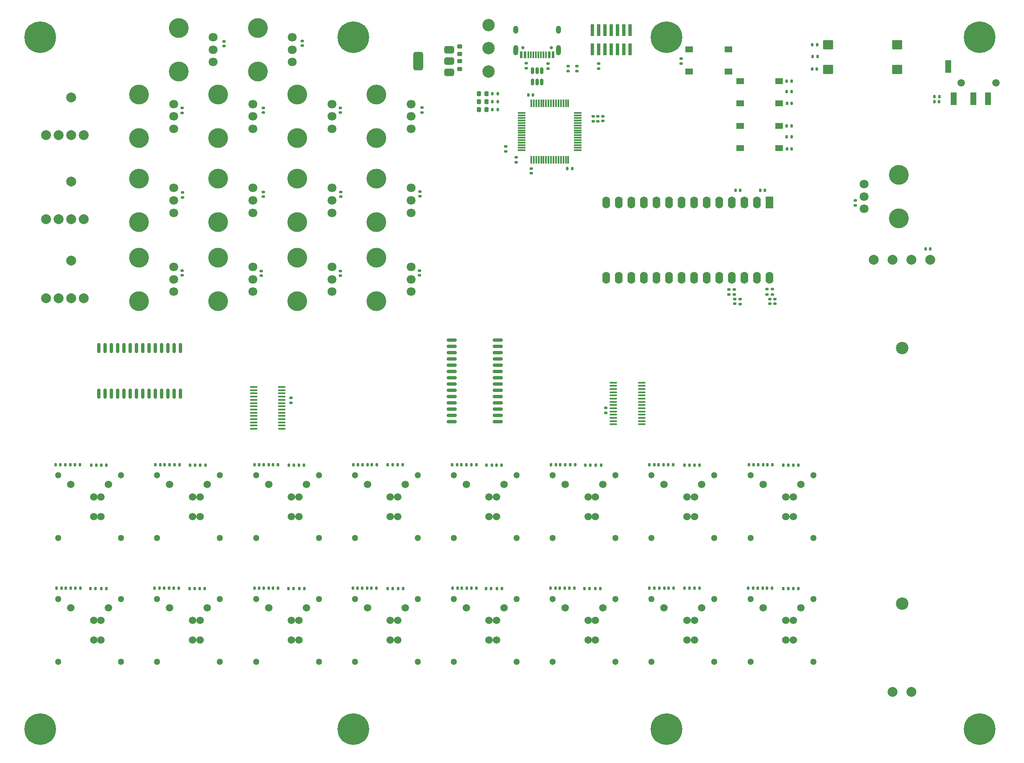
<source format=gbr>
%TF.GenerationSoftware,KiCad,Pcbnew,8.0.1-8.0.1-1~ubuntu22.04.1*%
%TF.CreationDate,2024-04-05T09:56:01+02:00*%
%TF.ProjectId,Sequencer,53657175-656e-4636-9572-2e6b69636164,rev?*%
%TF.SameCoordinates,Original*%
%TF.FileFunction,Soldermask,Top*%
%TF.FilePolarity,Negative*%
%FSLAX46Y46*%
G04 Gerber Fmt 4.6, Leading zero omitted, Abs format (unit mm)*
G04 Created by KiCad (PCBNEW 8.0.1-8.0.1-1~ubuntu22.04.1) date 2024-04-05 09:56:01*
%MOMM*%
%LPD*%
G01*
G04 APERTURE LIST*
G04 Aperture macros list*
%AMRoundRect*
0 Rectangle with rounded corners*
0 $1 Rounding radius*
0 $2 $3 $4 $5 $6 $7 $8 $9 X,Y pos of 4 corners*
0 Add a 4 corners polygon primitive as box body*
4,1,4,$2,$3,$4,$5,$6,$7,$8,$9,$2,$3,0*
0 Add four circle primitives for the rounded corners*
1,1,$1+$1,$2,$3*
1,1,$1+$1,$4,$5*
1,1,$1+$1,$6,$7*
1,1,$1+$1,$8,$9*
0 Add four rect primitives between the rounded corners*
20,1,$1+$1,$2,$3,$4,$5,0*
20,1,$1+$1,$4,$5,$6,$7,0*
20,1,$1+$1,$6,$7,$8,$9,0*
20,1,$1+$1,$8,$9,$2,$3,0*%
G04 Aperture macros list end*
%ADD10R,0.740000X2.400000*%
%ADD11RoundRect,0.140000X-0.170000X0.140000X-0.170000X-0.140000X0.170000X-0.140000X0.170000X0.140000X0*%
%ADD12RoundRect,0.135000X0.185000X-0.135000X0.185000X0.135000X-0.185000X0.135000X-0.185000X-0.135000X0*%
%ADD13C,4.000000*%
%ADD14C,1.800000*%
%ADD15RoundRect,0.150000X-0.875000X-0.150000X0.875000X-0.150000X0.875000X0.150000X-0.875000X0.150000X0*%
%ADD16RoundRect,0.135000X0.135000X0.185000X-0.135000X0.185000X-0.135000X-0.185000X0.135000X-0.185000X0*%
%ADD17RoundRect,0.100000X-0.900000X-0.800000X0.900000X-0.800000X0.900000X0.800000X-0.900000X0.800000X0*%
%ADD18RoundRect,0.140000X0.140000X0.170000X-0.140000X0.170000X-0.140000X-0.170000X0.140000X-0.170000X0*%
%ADD19C,1.300000*%
%ADD20C,1.512000*%
%ADD21RoundRect,0.225000X-0.250000X0.225000X-0.250000X-0.225000X0.250000X-0.225000X0.250000X0.225000X0*%
%ADD22C,0.800000*%
%ADD23C,6.400000*%
%ADD24RoundRect,0.135000X-0.135000X-0.185000X0.135000X-0.185000X0.135000X0.185000X-0.135000X0.185000X0*%
%ADD25RoundRect,0.140000X0.170000X-0.140000X0.170000X0.140000X-0.170000X0.140000X-0.170000X-0.140000X0*%
%ADD26C,2.006600*%
%ADD27C,2.514600*%
%ADD28RoundRect,0.075000X0.075000X-0.700000X0.075000X0.700000X-0.075000X0.700000X-0.075000X-0.700000X0*%
%ADD29RoundRect,0.075000X0.700000X-0.075000X0.700000X0.075000X-0.700000X0.075000X-0.700000X-0.075000X0*%
%ADD30RoundRect,0.135000X-0.185000X0.135000X-0.185000X-0.135000X0.185000X-0.135000X0.185000X0.135000X0*%
%ADD31RoundRect,0.100000X-0.637500X-0.100000X0.637500X-0.100000X0.637500X0.100000X-0.637500X0.100000X0*%
%ADD32R,1.550000X1.300000*%
%ADD33C,2.000000*%
%ADD34RoundRect,0.218750X-0.218750X-0.256250X0.218750X-0.256250X0.218750X0.256250X-0.218750X0.256250X0*%
%ADD35RoundRect,0.140000X-0.140000X-0.170000X0.140000X-0.170000X0.140000X0.170000X-0.140000X0.170000X0*%
%ADD36RoundRect,0.100000X0.637500X0.100000X-0.637500X0.100000X-0.637500X-0.100000X0.637500X-0.100000X0*%
%ADD37C,2.500000*%
%ADD38RoundRect,0.150000X-0.150000X0.512500X-0.150000X-0.512500X0.150000X-0.512500X0.150000X0.512500X0*%
%ADD39C,0.650000*%
%ADD40R,0.600000X1.450000*%
%ADD41R,0.300000X1.450000*%
%ADD42O,1.000000X2.100000*%
%ADD43O,1.000000X1.600000*%
%ADD44RoundRect,0.150000X0.150000X-0.875000X0.150000X0.875000X-0.150000X0.875000X-0.150000X-0.875000X0*%
%ADD45R,1.600000X2.400000*%
%ADD46O,1.600000X2.400000*%
%ADD47RoundRect,0.375000X0.625000X0.375000X-0.625000X0.375000X-0.625000X-0.375000X0.625000X-0.375000X0*%
%ADD48RoundRect,0.500000X0.500000X1.400000X-0.500000X1.400000X-0.500000X-1.400000X0.500000X-1.400000X0*%
%ADD49C,1.500000*%
%ADD50R,1.200000X2.500000*%
G04 APERTURE END LIST*
D10*
%TO.C,J301*%
X224310000Y-53550000D03*
X224310000Y-57450000D03*
X223040000Y-53550000D03*
X223040000Y-57450000D03*
X221770000Y-53550000D03*
X221770000Y-57450000D03*
X220500000Y-53550000D03*
X220500000Y-57450000D03*
X219230000Y-53550000D03*
X219230000Y-57450000D03*
X217960000Y-53550000D03*
X217960000Y-57450000D03*
X216690000Y-53550000D03*
X216690000Y-57450000D03*
%TD*%
D11*
%TO.C,C201*%
X252600000Y-107970000D03*
X252600000Y-108930000D03*
%TD*%
%TO.C,C202*%
X253580000Y-107990000D03*
X253580000Y-108950000D03*
%TD*%
D12*
%TO.C,R3*%
X253050000Y-107010000D03*
X253050000Y-105990000D03*
%TD*%
%TO.C,R4*%
X251950000Y-107010000D03*
X251950000Y-105990000D03*
%TD*%
D13*
%TO.C,RV516*%
X278650000Y-82800000D03*
X278650000Y-91600000D03*
D14*
X271650000Y-84700000D03*
X271650000Y-87200000D03*
X271650000Y-89700000D03*
%TD*%
D15*
%TO.C,U401*%
X188250000Y-116245000D03*
X188250000Y-117515000D03*
X188250000Y-118785000D03*
X188250000Y-120055000D03*
X188250000Y-121325000D03*
X188250000Y-122595000D03*
X188250000Y-123865000D03*
X188250000Y-125135000D03*
X188250000Y-126405000D03*
X188250000Y-127675000D03*
X188250000Y-128945000D03*
X188250000Y-130215000D03*
X188250000Y-131485000D03*
X188250000Y-132755000D03*
X197550000Y-132755000D03*
X197550000Y-131485000D03*
X197550000Y-130215000D03*
X197550000Y-128945000D03*
X197550000Y-127675000D03*
X197550000Y-126405000D03*
X197550000Y-125135000D03*
X197550000Y-123865000D03*
X197550000Y-122595000D03*
X197550000Y-121325000D03*
X197550000Y-120055000D03*
X197550000Y-118785000D03*
X197550000Y-117515000D03*
X197550000Y-116245000D03*
%TD*%
D13*
%TO.C,RV511*%
X133000000Y-61900000D03*
X133000000Y-53100000D03*
D14*
X140000000Y-60000000D03*
X140000000Y-57500000D03*
X140000000Y-55000000D03*
%TD*%
D16*
%TO.C,R450*%
X178410000Y-166600000D03*
X177390000Y-166600000D03*
%TD*%
D17*
%TO.C,SW101*%
X264300000Y-56500000D03*
X278300000Y-56500000D03*
X264300000Y-61500000D03*
X278300000Y-61500000D03*
%TD*%
D18*
%TO.C,C406*%
X209280000Y-141500000D03*
X208320000Y-141500000D03*
%TD*%
D19*
%TO.C,S408*%
X248650000Y-143650000D03*
X248650000Y-156350000D03*
X261350000Y-143650000D03*
X261350000Y-156350000D03*
D20*
X251190000Y-145500000D03*
X258810000Y-145500000D03*
X255800000Y-152000000D03*
X257300000Y-152000000D03*
X257300000Y-148000000D03*
X255800000Y-148000000D03*
%TD*%
D21*
%TO.C,C602*%
X189800000Y-59825000D03*
X189800000Y-61375000D03*
%TD*%
D18*
%TO.C,C204*%
X246580000Y-86000000D03*
X245620000Y-86000000D03*
%TD*%
D22*
%TO.C,H102*%
X165933333Y-55000000D03*
X166636277Y-53302944D03*
X166636277Y-56697056D03*
X168333333Y-52600000D03*
D23*
X168333333Y-55000000D03*
D22*
X168333333Y-57400000D03*
X170030389Y-53302944D03*
X170030389Y-56697056D03*
X170733333Y-55000000D03*
%TD*%
%TO.C,H104*%
X292600000Y-55000000D03*
X293302944Y-53302944D03*
X293302944Y-56697056D03*
X295000000Y-52600000D03*
D23*
X295000000Y-55000000D03*
D22*
X295000000Y-57400000D03*
X296697056Y-53302944D03*
X296697056Y-56697056D03*
X297400000Y-55000000D03*
%TD*%
D16*
%TO.C,R458*%
X253010000Y-166500000D03*
X251990000Y-166500000D03*
%TD*%
D18*
%TO.C,C307*%
X212580000Y-81600000D03*
X211620000Y-81600000D03*
%TD*%
D11*
%TO.C,C306*%
X204300000Y-81540000D03*
X204300000Y-82500000D03*
%TD*%
D24*
%TO.C,R411*%
X115290000Y-141600000D03*
X116310000Y-141600000D03*
%TD*%
%TO.C,R102*%
X261090000Y-56500000D03*
X262110000Y-56500000D03*
%TD*%
%TO.C,R413*%
X135290000Y-141600000D03*
X136310000Y-141600000D03*
%TD*%
%TO.C,R421*%
X230080000Y-141500000D03*
X231100000Y-141500000D03*
%TD*%
D25*
%TO.C,C503*%
X165700000Y-70260000D03*
X165700000Y-69300000D03*
%TD*%
D16*
%TO.C,R460*%
X198420000Y-166600000D03*
X197400000Y-166600000D03*
%TD*%
D26*
%TO.C,RV514*%
X281200000Y-100000000D03*
X285000000Y-100000000D03*
X281200000Y-187500004D03*
X277400000Y-100000000D03*
X273600000Y-100000000D03*
X277400000Y-187500004D03*
D27*
X279299999Y-117900003D03*
X279299999Y-169600002D03*
%TD*%
D28*
%TO.C,U301*%
X204300000Y-79750000D03*
X204800000Y-79750000D03*
X205300000Y-79750000D03*
X205800000Y-79750000D03*
X206300000Y-79750000D03*
X206800000Y-79750000D03*
X207300000Y-79750000D03*
X207800000Y-79750000D03*
X208300000Y-79750000D03*
X208800000Y-79750000D03*
X209300000Y-79750000D03*
X209800000Y-79750000D03*
X210300000Y-79750000D03*
X210800000Y-79750000D03*
X211300000Y-79750000D03*
X211800000Y-79750000D03*
D29*
X213725000Y-77825000D03*
X213725000Y-77325000D03*
X213725000Y-76825000D03*
X213725000Y-76325000D03*
X213725000Y-75825000D03*
X213725000Y-75325000D03*
X213725000Y-74825000D03*
X213725000Y-74325000D03*
X213725000Y-73825000D03*
X213725000Y-73325000D03*
X213725000Y-72825000D03*
X213725000Y-72325000D03*
X213725000Y-71825000D03*
X213725000Y-71325000D03*
X213725000Y-70825000D03*
X213725000Y-70325000D03*
D28*
X211800000Y-68400000D03*
X211300000Y-68400000D03*
X210800000Y-68400000D03*
X210300000Y-68400000D03*
X209800000Y-68400000D03*
X209300000Y-68400000D03*
X208800000Y-68400000D03*
X208300000Y-68400000D03*
X207800000Y-68400000D03*
X207300000Y-68400000D03*
X206800000Y-68400000D03*
X206300000Y-68400000D03*
X205800000Y-68400000D03*
X205300000Y-68400000D03*
X204800000Y-68400000D03*
X204300000Y-68400000D03*
D29*
X202375000Y-70325000D03*
X202375000Y-70825000D03*
X202375000Y-71325000D03*
X202375000Y-71825000D03*
X202375000Y-72325000D03*
X202375000Y-72825000D03*
X202375000Y-73325000D03*
X202375000Y-73825000D03*
X202375000Y-74325000D03*
X202375000Y-74825000D03*
X202375000Y-75325000D03*
X202375000Y-75825000D03*
X202375000Y-76325000D03*
X202375000Y-76825000D03*
X202375000Y-77325000D03*
X202375000Y-77825000D03*
%TD*%
D22*
%TO.C,H107*%
X229266667Y-195000000D03*
X229969611Y-193302944D03*
X229969611Y-196697056D03*
X231666667Y-192600000D03*
D23*
X231666667Y-195000000D03*
D22*
X231666667Y-197400000D03*
X233363723Y-193302944D03*
X233363723Y-196697056D03*
X234066667Y-195000000D03*
%TD*%
D30*
%TO.C,R303*%
X217960000Y-61330000D03*
X217960000Y-60310000D03*
%TD*%
D13*
%TO.C,RV505*%
X125000000Y-92400000D03*
X125000000Y-83600000D03*
D14*
X132000000Y-90500000D03*
X132000000Y-88000000D03*
X132000000Y-85500000D03*
%TD*%
D24*
%TO.C,R101*%
X261190000Y-58900000D03*
X262210000Y-58900000D03*
%TD*%
D18*
%TO.C,C407*%
X229180000Y-141500000D03*
X228220000Y-141500000D03*
%TD*%
D16*
%TO.C,R308*%
X197497500Y-68000000D03*
X196477500Y-68000000D03*
%TD*%
D25*
%TO.C,C507*%
X165800000Y-87280000D03*
X165800000Y-86320000D03*
%TD*%
D31*
%TO.C,U404*%
X148137500Y-125775000D03*
X148137500Y-126425000D03*
X148137500Y-127075000D03*
X148137500Y-127725000D03*
X148137500Y-128375000D03*
X148137500Y-129025000D03*
X148137500Y-129675000D03*
X148137500Y-130325000D03*
X148137500Y-130975000D03*
X148137500Y-131625000D03*
X148137500Y-132275000D03*
X148137500Y-132925000D03*
X148137500Y-133575000D03*
X148137500Y-134225000D03*
X153862500Y-134225000D03*
X153862500Y-133575000D03*
X153862500Y-132925000D03*
X153862500Y-132275000D03*
X153862500Y-131625000D03*
X153862500Y-130975000D03*
X153862500Y-130325000D03*
X153862500Y-129675000D03*
X153862500Y-129025000D03*
X153862500Y-128375000D03*
X153862500Y-127725000D03*
X153862500Y-127075000D03*
X153862500Y-126425000D03*
X153862500Y-125775000D03*
%TD*%
D16*
%TO.C,R414*%
X138400000Y-141600000D03*
X137380000Y-141600000D03*
%TD*%
D30*
%TO.C,R402*%
X155700000Y-127980000D03*
X155700000Y-129000000D03*
%TD*%
D25*
%TO.C,C515*%
X181700000Y-103160000D03*
X181700000Y-102200000D03*
%TD*%
D19*
%TO.C,S416*%
X248650000Y-168650000D03*
X248650000Y-181350000D03*
X261350000Y-168650000D03*
X261350000Y-181350000D03*
D20*
X251190000Y-170500000D03*
X258810000Y-170500000D03*
X255800000Y-177000000D03*
X257300000Y-177000000D03*
X257300000Y-173000000D03*
X255800000Y-173000000D03*
%TD*%
D11*
%TO.C,C301*%
X218800000Y-70980000D03*
X218800000Y-71940000D03*
%TD*%
D19*
%TO.C,S409*%
X108650000Y-168650000D03*
X108650000Y-181350000D03*
X121350000Y-168650000D03*
X121350000Y-181350000D03*
D20*
X111190000Y-170500000D03*
X118810000Y-170500000D03*
X115800000Y-177000000D03*
X117300000Y-177000000D03*
X117300000Y-173000000D03*
X115800000Y-173000000D03*
%TD*%
D25*
%TO.C,C502*%
X150100000Y-70260000D03*
X150100000Y-69300000D03*
%TD*%
D16*
%TO.C,R457*%
X233120000Y-166500000D03*
X232100000Y-166500000D03*
%TD*%
D13*
%TO.C,RV507*%
X157000000Y-92400000D03*
X157000000Y-83600000D03*
D14*
X164000000Y-90500000D03*
X164000000Y-88000000D03*
X164000000Y-85500000D03*
%TD*%
D25*
%TO.C,C512*%
X149700000Y-103260000D03*
X149700000Y-102300000D03*
%TD*%
D16*
%TO.C,R456*%
X213020000Y-166500000D03*
X212000000Y-166500000D03*
%TD*%
D25*
%TO.C,C505*%
X133800000Y-87380000D03*
X133800000Y-86420000D03*
%TD*%
D18*
%TO.C,C411*%
X149280000Y-166500000D03*
X148320000Y-166500000D03*
%TD*%
D24*
%TO.C,R417*%
X175290000Y-141500000D03*
X176310000Y-141500000D03*
%TD*%
D16*
%TO.C,R426*%
X253100000Y-141500000D03*
X252080000Y-141500000D03*
%TD*%
D24*
%TO.C,R445*%
X135190000Y-166600000D03*
X136210000Y-166600000D03*
%TD*%
D16*
%TO.C,R408*%
X133220000Y-141500000D03*
X132200000Y-141500000D03*
%TD*%
D13*
%TO.C,RV512*%
X141000000Y-108400000D03*
X141000000Y-99600000D03*
D14*
X148000000Y-106500000D03*
X148000000Y-104000000D03*
X148000000Y-101500000D03*
%TD*%
D18*
%TO.C,C416*%
X249160000Y-166500000D03*
X248200000Y-166500000D03*
%TD*%
D16*
%TO.C,R462*%
X218320000Y-166600000D03*
X217300000Y-166600000D03*
%TD*%
%TO.C,R309*%
X197497500Y-66400000D03*
X196477500Y-66400000D03*
%TD*%
D25*
%TO.C,C513*%
X165700000Y-103260000D03*
X165700000Y-102300000D03*
%TD*%
%TO.C,C508*%
X181800000Y-87160000D03*
X181800000Y-86200000D03*
%TD*%
D16*
%TO.C,R425*%
X233020000Y-141500000D03*
X232000000Y-141500000D03*
%TD*%
D24*
%TO.C,R459*%
X195190000Y-166600000D03*
X196210000Y-166600000D03*
%TD*%
%TO.C,R453*%
X230180000Y-166500000D03*
X231200000Y-166500000D03*
%TD*%
D19*
%TO.C,S415*%
X228650000Y-168650000D03*
X228650000Y-181350000D03*
X241350000Y-168650000D03*
X241350000Y-181350000D03*
D20*
X231190000Y-170500000D03*
X238810000Y-170500000D03*
X235800000Y-177000000D03*
X237300000Y-177000000D03*
X237300000Y-173000000D03*
X235800000Y-173000000D03*
%TD*%
D32*
%TO.C,SW303*%
X236225000Y-57450000D03*
X244175000Y-57450000D03*
X236225000Y-61950000D03*
X244175000Y-61950000D03*
%TD*%
D18*
%TO.C,C402*%
X129280000Y-141500000D03*
X128320000Y-141500000D03*
%TD*%
D30*
%TO.C,R304*%
X199175000Y-77050000D03*
X199175000Y-78070000D03*
%TD*%
D16*
%TO.C,R442*%
X173010000Y-166500000D03*
X171990000Y-166500000D03*
%TD*%
D18*
%TO.C,C410*%
X129100000Y-166500000D03*
X128140000Y-166500000D03*
%TD*%
D33*
%TO.C,SW401*%
X113810000Y-91810000D03*
X111270000Y-91810000D03*
X108730000Y-91810000D03*
X106190000Y-91810000D03*
X111270000Y-84190000D03*
%TD*%
D12*
%TO.C,R401*%
X219400000Y-129990000D03*
X219400000Y-131010000D03*
%TD*%
D16*
%TO.C,R407*%
X113010000Y-141500000D03*
X111990000Y-141500000D03*
%TD*%
D34*
%TO.C,D301*%
X193700000Y-69600000D03*
X195275000Y-69600000D03*
%TD*%
D16*
%TO.C,R310*%
X257010000Y-66000000D03*
X255990000Y-66000000D03*
%TD*%
D25*
%TO.C,C310*%
X234660000Y-60290000D03*
X234660000Y-59330000D03*
%TD*%
D24*
%TO.C,R429*%
X215190000Y-141600000D03*
X216210000Y-141600000D03*
%TD*%
%TO.C,R463*%
X235290000Y-166500000D03*
X236310000Y-166500000D03*
%TD*%
D16*
%TO.C,R410*%
X173110000Y-141500000D03*
X172090000Y-141500000D03*
%TD*%
D18*
%TO.C,C308*%
X256980000Y-68400000D03*
X256020000Y-68400000D03*
%TD*%
D25*
%TO.C,C501*%
X133700000Y-70280000D03*
X133700000Y-69320000D03*
%TD*%
D19*
%TO.C,S401*%
X108650000Y-143650000D03*
X108650000Y-156350000D03*
X121350000Y-143650000D03*
X121350000Y-156350000D03*
D20*
X111190000Y-145500000D03*
X118810000Y-145500000D03*
X115800000Y-152000000D03*
X117300000Y-152000000D03*
X117300000Y-148000000D03*
X115800000Y-148000000D03*
%TD*%
D16*
%TO.C,R455*%
X193220000Y-166500000D03*
X192200000Y-166500000D03*
%TD*%
D33*
%TO.C,SW402*%
X113810000Y-74810000D03*
X111270000Y-74810000D03*
X108730000Y-74810000D03*
X106190000Y-74810000D03*
X111270000Y-67190000D03*
%TD*%
D11*
%TO.C,C205*%
X245420000Y-107990000D03*
X245420000Y-108950000D03*
%TD*%
D16*
%TO.C,R412*%
X118410000Y-141600000D03*
X117390000Y-141600000D03*
%TD*%
D18*
%TO.C,C401*%
X109080000Y-141500000D03*
X108120000Y-141500000D03*
%TD*%
D16*
%TO.C,R428*%
X198310000Y-141600000D03*
X197290000Y-141600000D03*
%TD*%
D19*
%TO.C,S412*%
X168650000Y-168650000D03*
X168650000Y-181350000D03*
X181350000Y-168650000D03*
X181350000Y-181350000D03*
D20*
X171190000Y-170500000D03*
X178810000Y-170500000D03*
X175800000Y-177000000D03*
X177300000Y-177000000D03*
X177300000Y-173000000D03*
X175800000Y-173000000D03*
%TD*%
D16*
%TO.C,R430*%
X218410000Y-141600000D03*
X217390000Y-141600000D03*
%TD*%
%TO.C,R418*%
X178310000Y-141500000D03*
X177290000Y-141500000D03*
%TD*%
D24*
%TO.C,R454*%
X250090000Y-166500000D03*
X251110000Y-166500000D03*
%TD*%
%TO.C,R465*%
X255290000Y-166600000D03*
X256310000Y-166600000D03*
%TD*%
%TO.C,R451*%
X190280000Y-166500000D03*
X191300000Y-166500000D03*
%TD*%
D25*
%TO.C,C509*%
X158000000Y-56680000D03*
X158000000Y-55720000D03*
%TD*%
D16*
%TO.C,R448*%
X158410000Y-166600000D03*
X157390000Y-166600000D03*
%TD*%
%TO.C,R311*%
X257010000Y-63900000D03*
X255990000Y-63900000D03*
%TD*%
D24*
%TO.C,R415*%
X155290000Y-141600000D03*
X156310000Y-141600000D03*
%TD*%
D18*
%TO.C,C413*%
X189380000Y-166480000D03*
X188420000Y-166480000D03*
%TD*%
D11*
%TO.C,C309*%
X201300000Y-79320000D03*
X201300000Y-80280000D03*
%TD*%
D16*
%TO.C,R446*%
X138310000Y-166600000D03*
X137290000Y-166600000D03*
%TD*%
D30*
%TO.C,R301*%
X213500000Y-60790000D03*
X213500000Y-61810000D03*
%TD*%
D13*
%TO.C,RV510*%
X125000000Y-108400000D03*
X125000000Y-99600000D03*
D14*
X132000000Y-106500000D03*
X132000000Y-104000000D03*
X132000000Y-101500000D03*
%TD*%
D16*
%TO.C,R439*%
X113110000Y-166500000D03*
X112090000Y-166500000D03*
%TD*%
D24*
%TO.C,R433*%
X255290000Y-141600000D03*
X256310000Y-141600000D03*
%TD*%
D19*
%TO.C,S405*%
X188650000Y-143650000D03*
X188650000Y-156350000D03*
X201350000Y-143650000D03*
X201350000Y-156350000D03*
D20*
X191190000Y-145500000D03*
X198810000Y-145500000D03*
X195800000Y-152000000D03*
X197300000Y-152000000D03*
X197300000Y-148000000D03*
X195800000Y-148000000D03*
%TD*%
D18*
%TO.C,C414*%
X209200000Y-166500000D03*
X208240000Y-166500000D03*
%TD*%
D16*
%TO.C,R464*%
X238310000Y-166500000D03*
X237290000Y-166500000D03*
%TD*%
D19*
%TO.C,S407*%
X228650000Y-143650000D03*
X228650000Y-156350000D03*
X241350000Y-143650000D03*
X241350000Y-156350000D03*
D20*
X231190000Y-145500000D03*
X238810000Y-145500000D03*
X235800000Y-152000000D03*
X237300000Y-152000000D03*
X237300000Y-148000000D03*
X235800000Y-148000000D03*
%TD*%
D32*
%TO.C,SW302*%
X246525000Y-63850000D03*
X254475000Y-63850000D03*
X246525000Y-68350000D03*
X254475000Y-68350000D03*
%TD*%
D19*
%TO.C,S414*%
X208650000Y-168650000D03*
X208650000Y-181350000D03*
X221350000Y-168650000D03*
X221350000Y-181350000D03*
D20*
X211190000Y-170500000D03*
X218810000Y-170500000D03*
X215800000Y-177000000D03*
X217300000Y-177000000D03*
X217300000Y-173000000D03*
X215800000Y-173000000D03*
%TD*%
D22*
%TO.C,H101*%
X102600000Y-55000000D03*
X103302944Y-53302944D03*
X103302944Y-56697056D03*
X105000000Y-52600000D03*
D23*
X105000000Y-55000000D03*
D22*
X105000000Y-57400000D03*
X106697056Y-53302944D03*
X106697056Y-56697056D03*
X107400000Y-55000000D03*
%TD*%
D13*
%TO.C,RV501*%
X125000000Y-75400000D03*
X125000000Y-66600000D03*
D14*
X132000000Y-73500000D03*
X132000000Y-71000000D03*
X132000000Y-68500000D03*
%TD*%
D13*
%TO.C,RV506*%
X141000000Y-92400000D03*
X141000000Y-83600000D03*
D14*
X148000000Y-90500000D03*
X148000000Y-88000000D03*
X148000000Y-85500000D03*
%TD*%
D16*
%TO.C,R306*%
X197497500Y-69600000D03*
X196477500Y-69600000D03*
%TD*%
D24*
%TO.C,R449*%
X175290000Y-166600000D03*
X176310000Y-166600000D03*
%TD*%
D18*
%TO.C,C412*%
X169160000Y-166500000D03*
X168200000Y-166500000D03*
%TD*%
D30*
%TO.C,R302*%
X211800000Y-60790000D03*
X211800000Y-61810000D03*
%TD*%
D25*
%TO.C,C511*%
X142200000Y-56760000D03*
X142200000Y-55800000D03*
%TD*%
D19*
%TO.C,S403*%
X148650000Y-143650000D03*
X148650000Y-156350000D03*
X161350000Y-143650000D03*
X161350000Y-156350000D03*
D20*
X151190000Y-145500000D03*
X158810000Y-145500000D03*
X155800000Y-152000000D03*
X157300000Y-152000000D03*
X157300000Y-148000000D03*
X155800000Y-148000000D03*
%TD*%
D24*
%TO.C,R435*%
X110190000Y-166500000D03*
X111210000Y-166500000D03*
%TD*%
D25*
%TO.C,C504*%
X182200000Y-70200000D03*
X182200000Y-69240000D03*
%TD*%
D24*
%TO.C,R419*%
X190190000Y-141500000D03*
X191210000Y-141500000D03*
%TD*%
D12*
%TO.C,R1*%
X245410000Y-107040000D03*
X245410000Y-106020000D03*
%TD*%
D22*
%TO.C,H106*%
X165933333Y-195000000D03*
X166636277Y-193302944D03*
X166636277Y-196697056D03*
X168333333Y-192600000D03*
D23*
X168333333Y-195000000D03*
D22*
X168333333Y-197400000D03*
X170030389Y-193302944D03*
X170030389Y-196697056D03*
X170733333Y-195000000D03*
%TD*%
D24*
%TO.C,R406*%
X170190000Y-141500000D03*
X171210000Y-141500000D03*
%TD*%
D13*
%TO.C,RV502*%
X141000000Y-75400000D03*
X141000000Y-66600000D03*
D14*
X148000000Y-73500000D03*
X148000000Y-71000000D03*
X148000000Y-68500000D03*
%TD*%
D34*
%TO.C,D302*%
X193700000Y-68000000D03*
X195275000Y-68000000D03*
%TD*%
D18*
%TO.C,C408*%
X249270000Y-141500000D03*
X248310000Y-141500000D03*
%TD*%
D16*
%TO.C,R441*%
X153110000Y-166500000D03*
X152090000Y-166500000D03*
%TD*%
D35*
%TO.C,C302*%
X203720000Y-66700000D03*
X204680000Y-66700000D03*
%TD*%
D24*
%TO.C,R447*%
X155190000Y-166600000D03*
X156210000Y-166600000D03*
%TD*%
%TO.C,R431*%
X235290000Y-141600000D03*
X236310000Y-141600000D03*
%TD*%
D18*
%TO.C,C303*%
X256980000Y-77600000D03*
X256020000Y-77600000D03*
%TD*%
D36*
%TO.C,U402*%
X226662500Y-133325000D03*
X226662500Y-132675000D03*
X226662500Y-132025000D03*
X226662500Y-131375000D03*
X226662500Y-130725000D03*
X226662500Y-130075000D03*
X226662500Y-129425000D03*
X226662500Y-128775000D03*
X226662500Y-128125000D03*
X226662500Y-127475000D03*
X226662500Y-126825000D03*
X226662500Y-126175000D03*
X226662500Y-125525000D03*
X226662500Y-124875000D03*
X220937500Y-124875000D03*
X220937500Y-125525000D03*
X220937500Y-126175000D03*
X220937500Y-126825000D03*
X220937500Y-127475000D03*
X220937500Y-128125000D03*
X220937500Y-128775000D03*
X220937500Y-129425000D03*
X220937500Y-130075000D03*
X220937500Y-130725000D03*
X220937500Y-131375000D03*
X220937500Y-132025000D03*
X220937500Y-132675000D03*
X220937500Y-133325000D03*
%TD*%
D22*
%TO.C,H105*%
X102600000Y-195000000D03*
X103302944Y-193302944D03*
X103302944Y-196697056D03*
X105000000Y-192600000D03*
D23*
X105000000Y-195000000D03*
D22*
X105000000Y-197400000D03*
X106697056Y-193302944D03*
X106697056Y-196697056D03*
X107400000Y-195000000D03*
%TD*%
D30*
%TO.C,R601*%
X207700000Y-60290000D03*
X207700000Y-61310000D03*
%TD*%
D11*
%TO.C,C305*%
X216800000Y-71000000D03*
X216800000Y-71960000D03*
%TD*%
D16*
%TO.C,R424*%
X213220000Y-141500000D03*
X212200000Y-141500000D03*
%TD*%
D34*
%TO.C,D303*%
X193700000Y-66400000D03*
X195275000Y-66400000D03*
%TD*%
D25*
%TO.C,C510*%
X133700000Y-103160000D03*
X133700000Y-102200000D03*
%TD*%
D16*
%TO.C,R434*%
X258310000Y-141600000D03*
X257290000Y-141600000D03*
%TD*%
D24*
%TO.C,R438*%
X170080000Y-166500000D03*
X171100000Y-166500000D03*
%TD*%
%TO.C,R404*%
X130180000Y-141500000D03*
X131200000Y-141500000D03*
%TD*%
D19*
%TO.C,S404*%
X168650000Y-143650000D03*
X168650000Y-156350000D03*
X181350000Y-143650000D03*
X181350000Y-156350000D03*
D20*
X171190000Y-145500000D03*
X178810000Y-145500000D03*
X175800000Y-152000000D03*
X177300000Y-152000000D03*
X177300000Y-148000000D03*
X175800000Y-148000000D03*
%TD*%
D11*
%TO.C,C304*%
X217800000Y-71000000D03*
X217800000Y-71960000D03*
%TD*%
D19*
%TO.C,S402*%
X128650000Y-143650000D03*
X128650000Y-156350000D03*
X141350000Y-143650000D03*
X141350000Y-156350000D03*
D20*
X131190000Y-145500000D03*
X138810000Y-145500000D03*
X135800000Y-152000000D03*
X137300000Y-152000000D03*
X137300000Y-148000000D03*
X135800000Y-148000000D03*
%TD*%
D24*
%TO.C,R461*%
X215090000Y-166600000D03*
X216110000Y-166600000D03*
%TD*%
%TO.C,R405*%
X150190000Y-141500000D03*
X151210000Y-141500000D03*
%TD*%
D19*
%TO.C,S411*%
X148650000Y-168650000D03*
X148650000Y-181350000D03*
X161350000Y-168650000D03*
X161350000Y-181350000D03*
D20*
X151190000Y-170500000D03*
X158810000Y-170500000D03*
X155800000Y-177000000D03*
X157300000Y-177000000D03*
X157300000Y-173000000D03*
X155800000Y-173000000D03*
%TD*%
D19*
%TO.C,S410*%
X128650000Y-168650000D03*
X128650000Y-181350000D03*
X141350000Y-168650000D03*
X141350000Y-181350000D03*
D20*
X131190000Y-170500000D03*
X138810000Y-170500000D03*
X135800000Y-177000000D03*
X137300000Y-177000000D03*
X137300000Y-173000000D03*
X135800000Y-173000000D03*
%TD*%
D12*
%TO.C,R2*%
X244310000Y-107030000D03*
X244310000Y-106010000D03*
%TD*%
D13*
%TO.C,RV515*%
X173000000Y-108400000D03*
X173000000Y-99600000D03*
D14*
X180000000Y-106500000D03*
X180000000Y-104000000D03*
X180000000Y-101500000D03*
%TD*%
D19*
%TO.C,S413*%
X188650000Y-168650000D03*
X188650000Y-181350000D03*
X201350000Y-168650000D03*
X201350000Y-181350000D03*
D20*
X191190000Y-170500000D03*
X198810000Y-170500000D03*
X195800000Y-177000000D03*
X197300000Y-177000000D03*
X197300000Y-173000000D03*
X195800000Y-173000000D03*
%TD*%
D24*
%TO.C,R436*%
X130090000Y-166500000D03*
X131110000Y-166500000D03*
%TD*%
D21*
%TO.C,C601*%
X189800000Y-56825000D03*
X189800000Y-58375000D03*
%TD*%
D35*
%TO.C,C207*%
X285840000Y-68000000D03*
X286800000Y-68000000D03*
%TD*%
D18*
%TO.C,C415*%
X229180000Y-166500000D03*
X228220000Y-166500000D03*
%TD*%
D12*
%TO.C,R602*%
X203300000Y-61210000D03*
X203300000Y-60190000D03*
%TD*%
D24*
%TO.C,R420*%
X210190000Y-141500000D03*
X211210000Y-141500000D03*
%TD*%
D37*
%TO.C,SW601*%
X195700000Y-61900000D03*
X195700000Y-57200000D03*
X195700000Y-52500000D03*
%TD*%
D18*
%TO.C,C404*%
X169300000Y-141500000D03*
X168340000Y-141500000D03*
%TD*%
D24*
%TO.C,R427*%
X195290000Y-141600000D03*
X196310000Y-141600000D03*
%TD*%
D18*
%TO.C,C203*%
X251560000Y-86000000D03*
X250600000Y-86000000D03*
%TD*%
D24*
%TO.C,R437*%
X150190000Y-166500000D03*
X151210000Y-166500000D03*
%TD*%
D18*
%TO.C,C405*%
X189310000Y-141500000D03*
X188350000Y-141500000D03*
%TD*%
D24*
%TO.C,R452*%
X210090000Y-166500000D03*
X211110000Y-166500000D03*
%TD*%
D13*
%TO.C,RV504*%
X173000000Y-75400000D03*
X173000000Y-66600000D03*
D14*
X180000000Y-73500000D03*
X180000000Y-71000000D03*
X180000000Y-68500000D03*
%TD*%
D38*
%TO.C,U602*%
X206450000Y-61725000D03*
X205500000Y-61725000D03*
X204550000Y-61725000D03*
X204550000Y-64000000D03*
X205500000Y-64000000D03*
X206450000Y-64000000D03*
%TD*%
D32*
%TO.C,SW301*%
X246525000Y-72950000D03*
X254475000Y-72950000D03*
X246525000Y-77450000D03*
X254475000Y-77450000D03*
%TD*%
D16*
%TO.C,R307*%
X257010000Y-72900000D03*
X255990000Y-72900000D03*
%TD*%
%TO.C,R440*%
X133020000Y-166500000D03*
X132000000Y-166500000D03*
%TD*%
D13*
%TO.C,RV509*%
X149000000Y-61900000D03*
X149000000Y-53100000D03*
D14*
X156000000Y-60000000D03*
X156000000Y-57500000D03*
X156000000Y-55000000D03*
%TD*%
D35*
%TO.C,C101*%
X261120000Y-61400000D03*
X262080000Y-61400000D03*
%TD*%
D22*
%TO.C,H103*%
X229266667Y-55000000D03*
X229969611Y-53302944D03*
X229969611Y-56697056D03*
X231666667Y-52600000D03*
D23*
X231666667Y-55000000D03*
D22*
X231666667Y-57400000D03*
X233363723Y-53302944D03*
X233363723Y-56697056D03*
X234066667Y-55000000D03*
%TD*%
D39*
%TO.C,J601*%
X208390000Y-57100000D03*
X202610000Y-57100000D03*
D40*
X208750000Y-58545000D03*
X207950000Y-58545000D03*
D41*
X206750000Y-58545000D03*
X205750000Y-58545000D03*
X205250000Y-58545000D03*
X204250000Y-58545000D03*
D40*
X203050000Y-58545000D03*
X202250000Y-58545000D03*
X202250000Y-58545000D03*
X203050000Y-58545000D03*
D41*
X203750000Y-58545000D03*
X204750000Y-58545000D03*
X206250000Y-58545000D03*
X207250000Y-58545000D03*
D40*
X207950000Y-58545000D03*
X208750000Y-58545000D03*
D42*
X209820000Y-57630000D03*
D43*
X209820000Y-53450000D03*
D42*
X201180000Y-57630000D03*
D43*
X201180000Y-53450000D03*
%TD*%
D44*
%TO.C,U403*%
X116845000Y-127150000D03*
X118115000Y-127150000D03*
X119385000Y-127150000D03*
X120655000Y-127150000D03*
X121925000Y-127150000D03*
X123195000Y-127150000D03*
X124465000Y-127150000D03*
X125735000Y-127150000D03*
X127005000Y-127150000D03*
X128275000Y-127150000D03*
X129545000Y-127150000D03*
X130815000Y-127150000D03*
X132085000Y-127150000D03*
X133355000Y-127150000D03*
X133355000Y-117850000D03*
X132085000Y-117850000D03*
X130815000Y-117850000D03*
X129545000Y-117850000D03*
X128275000Y-117850000D03*
X127005000Y-117850000D03*
X125735000Y-117850000D03*
X124465000Y-117850000D03*
X123195000Y-117850000D03*
X121925000Y-117850000D03*
X120655000Y-117850000D03*
X119385000Y-117850000D03*
X118115000Y-117850000D03*
X116845000Y-117850000D03*
%TD*%
D24*
%TO.C,R201*%
X285825000Y-67000000D03*
X286845000Y-67000000D03*
%TD*%
D45*
%TO.C,U201*%
X252520000Y-88460000D03*
D46*
X249980000Y-88460000D03*
X247440000Y-88460000D03*
X244900000Y-88460000D03*
X242360000Y-88460000D03*
X239820000Y-88460000D03*
X237280000Y-88460000D03*
X234740000Y-88460000D03*
X232200000Y-88460000D03*
X229660000Y-88460000D03*
X227120000Y-88460000D03*
X224580000Y-88460000D03*
X222040000Y-88460000D03*
X219500000Y-88460000D03*
X219500000Y-103700000D03*
X222040000Y-103700000D03*
X224580000Y-103700000D03*
X227120000Y-103700000D03*
X229660000Y-103700000D03*
X232200000Y-103700000D03*
X234740000Y-103700000D03*
X237280000Y-103700000D03*
X239820000Y-103700000D03*
X242360000Y-103700000D03*
X244900000Y-103700000D03*
X247440000Y-103700000D03*
X249980000Y-103700000D03*
X252520000Y-103700000D03*
%TD*%
D47*
%TO.C,U601*%
X187750000Y-62100000D03*
X187750000Y-59800000D03*
D48*
X181450000Y-59800000D03*
D47*
X187750000Y-57500000D03*
%TD*%
D24*
%TO.C,R422*%
X250180000Y-141500000D03*
X251200000Y-141500000D03*
%TD*%
D16*
%TO.C,R466*%
X258310000Y-166600000D03*
X257290000Y-166600000D03*
%TD*%
D13*
%TO.C,RV513*%
X157000000Y-108400000D03*
X157000000Y-99600000D03*
D14*
X164000000Y-106500000D03*
X164000000Y-104000000D03*
X164000000Y-101500000D03*
%TD*%
D16*
%TO.C,R409*%
X153110000Y-141500000D03*
X152090000Y-141500000D03*
%TD*%
D18*
%TO.C,C514*%
X285000000Y-97850000D03*
X284040000Y-97850000D03*
%TD*%
D16*
%TO.C,R444*%
X118410000Y-166600000D03*
X117390000Y-166600000D03*
%TD*%
D24*
%TO.C,R443*%
X115190000Y-166600000D03*
X116210000Y-166600000D03*
%TD*%
D22*
%TO.C,H108*%
X292600000Y-195000000D03*
X293302944Y-193302944D03*
X293302944Y-196697056D03*
X295000000Y-192600000D03*
D23*
X295000000Y-195000000D03*
D22*
X295000000Y-197400000D03*
X296697056Y-193302944D03*
X296697056Y-196697056D03*
X297400000Y-195000000D03*
%TD*%
D18*
%TO.C,C409*%
X109280000Y-166500000D03*
X108320000Y-166500000D03*
%TD*%
D13*
%TO.C,RV503*%
X157000000Y-75400000D03*
X157000000Y-66600000D03*
D14*
X164000000Y-73500000D03*
X164000000Y-71000000D03*
X164000000Y-68500000D03*
%TD*%
D33*
%TO.C,SW403*%
X113810000Y-107810000D03*
X111270000Y-107810000D03*
X108730000Y-107810000D03*
X106190000Y-107810000D03*
X111270000Y-100190000D03*
%TD*%
D24*
%TO.C,R403*%
X110090000Y-141500000D03*
X111110000Y-141500000D03*
%TD*%
D18*
%TO.C,C403*%
X149280000Y-141500000D03*
X148320000Y-141500000D03*
%TD*%
D16*
%TO.C,R305*%
X257000000Y-75100000D03*
X255980000Y-75100000D03*
%TD*%
%TO.C,R432*%
X238310000Y-141600000D03*
X237290000Y-141600000D03*
%TD*%
D19*
%TO.C,S406*%
X208650000Y-143650000D03*
X208650000Y-156350000D03*
X221350000Y-143650000D03*
X221350000Y-156350000D03*
D20*
X211190000Y-145500000D03*
X218810000Y-145500000D03*
X215800000Y-152000000D03*
X217300000Y-152000000D03*
X217300000Y-148000000D03*
X215800000Y-148000000D03*
%TD*%
D13*
%TO.C,RV508*%
X173000000Y-92400000D03*
X173000000Y-83600000D03*
D14*
X180000000Y-90500000D03*
X180000000Y-88000000D03*
X180000000Y-85500000D03*
%TD*%
D49*
%TO.C,J101*%
X298300000Y-64200000D03*
X291300000Y-64200000D03*
D50*
X293700000Y-67450000D03*
X296700000Y-67450000D03*
X288600000Y-60950000D03*
X289700000Y-67450000D03*
%TD*%
D25*
%TO.C,C506*%
X150100000Y-87260000D03*
X150100000Y-86300000D03*
%TD*%
D16*
%TO.C,R423*%
X193210000Y-141500000D03*
X192190000Y-141500000D03*
%TD*%
%TO.C,R416*%
X158310000Y-141600000D03*
X157290000Y-141600000D03*
%TD*%
D11*
%TO.C,C206*%
X246520000Y-108970000D03*
X246520000Y-108010000D03*
%TD*%
%TO.C,C516*%
X269800000Y-88020000D03*
X269800000Y-88980000D03*
%TD*%
M02*

</source>
